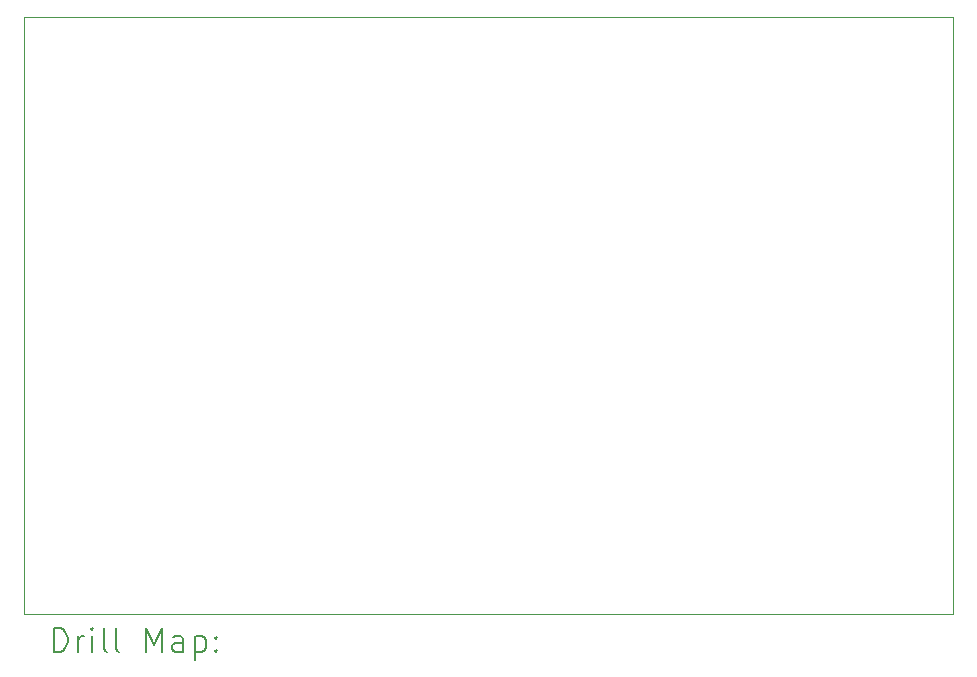
<source format=gbr>
%TF.GenerationSoftware,KiCad,Pcbnew,7.0.11-2.fc39*%
%TF.CreationDate,2024-06-06T09:07:51+02:00*%
%TF.ProjectId,four_relays_extension,666f7572-5f72-4656-9c61-79735f657874,1.0*%
%TF.SameCoordinates,Original*%
%TF.FileFunction,Drillmap*%
%TF.FilePolarity,Positive*%
%FSLAX45Y45*%
G04 Gerber Fmt 4.5, Leading zero omitted, Abs format (unit mm)*
G04 Created by KiCad (PCBNEW 7.0.11-2.fc39) date 2024-06-06 09:07:51*
%MOMM*%
%LPD*%
G01*
G04 APERTURE LIST*
%ADD10C,0.100000*%
%ADD11C,0.200000*%
G04 APERTURE END LIST*
D10*
X10195560Y-5092700D02*
X18064480Y-5092700D01*
X18064480Y-10154920D01*
X10195560Y-10154920D01*
X10195560Y-5092700D01*
D11*
X10451337Y-10471404D02*
X10451337Y-10271404D01*
X10451337Y-10271404D02*
X10498956Y-10271404D01*
X10498956Y-10271404D02*
X10527527Y-10280928D01*
X10527527Y-10280928D02*
X10546575Y-10299975D01*
X10546575Y-10299975D02*
X10556099Y-10319023D01*
X10556099Y-10319023D02*
X10565623Y-10357118D01*
X10565623Y-10357118D02*
X10565623Y-10385690D01*
X10565623Y-10385690D02*
X10556099Y-10423785D01*
X10556099Y-10423785D02*
X10546575Y-10442832D01*
X10546575Y-10442832D02*
X10527527Y-10461880D01*
X10527527Y-10461880D02*
X10498956Y-10471404D01*
X10498956Y-10471404D02*
X10451337Y-10471404D01*
X10651337Y-10471404D02*
X10651337Y-10338070D01*
X10651337Y-10376166D02*
X10660861Y-10357118D01*
X10660861Y-10357118D02*
X10670384Y-10347594D01*
X10670384Y-10347594D02*
X10689432Y-10338070D01*
X10689432Y-10338070D02*
X10708480Y-10338070D01*
X10775146Y-10471404D02*
X10775146Y-10338070D01*
X10775146Y-10271404D02*
X10765623Y-10280928D01*
X10765623Y-10280928D02*
X10775146Y-10290451D01*
X10775146Y-10290451D02*
X10784670Y-10280928D01*
X10784670Y-10280928D02*
X10775146Y-10271404D01*
X10775146Y-10271404D02*
X10775146Y-10290451D01*
X10898956Y-10471404D02*
X10879908Y-10461880D01*
X10879908Y-10461880D02*
X10870384Y-10442832D01*
X10870384Y-10442832D02*
X10870384Y-10271404D01*
X11003718Y-10471404D02*
X10984670Y-10461880D01*
X10984670Y-10461880D02*
X10975146Y-10442832D01*
X10975146Y-10442832D02*
X10975146Y-10271404D01*
X11232289Y-10471404D02*
X11232289Y-10271404D01*
X11232289Y-10271404D02*
X11298956Y-10414261D01*
X11298956Y-10414261D02*
X11365622Y-10271404D01*
X11365622Y-10271404D02*
X11365622Y-10471404D01*
X11546575Y-10471404D02*
X11546575Y-10366642D01*
X11546575Y-10366642D02*
X11537051Y-10347594D01*
X11537051Y-10347594D02*
X11518003Y-10338070D01*
X11518003Y-10338070D02*
X11479908Y-10338070D01*
X11479908Y-10338070D02*
X11460861Y-10347594D01*
X11546575Y-10461880D02*
X11527527Y-10471404D01*
X11527527Y-10471404D02*
X11479908Y-10471404D01*
X11479908Y-10471404D02*
X11460861Y-10461880D01*
X11460861Y-10461880D02*
X11451337Y-10442832D01*
X11451337Y-10442832D02*
X11451337Y-10423785D01*
X11451337Y-10423785D02*
X11460861Y-10404737D01*
X11460861Y-10404737D02*
X11479908Y-10395213D01*
X11479908Y-10395213D02*
X11527527Y-10395213D01*
X11527527Y-10395213D02*
X11546575Y-10385690D01*
X11641813Y-10338070D02*
X11641813Y-10538070D01*
X11641813Y-10347594D02*
X11660861Y-10338070D01*
X11660861Y-10338070D02*
X11698956Y-10338070D01*
X11698956Y-10338070D02*
X11718003Y-10347594D01*
X11718003Y-10347594D02*
X11727527Y-10357118D01*
X11727527Y-10357118D02*
X11737051Y-10376166D01*
X11737051Y-10376166D02*
X11737051Y-10433309D01*
X11737051Y-10433309D02*
X11727527Y-10452356D01*
X11727527Y-10452356D02*
X11718003Y-10461880D01*
X11718003Y-10461880D02*
X11698956Y-10471404D01*
X11698956Y-10471404D02*
X11660861Y-10471404D01*
X11660861Y-10471404D02*
X11641813Y-10461880D01*
X11822765Y-10452356D02*
X11832289Y-10461880D01*
X11832289Y-10461880D02*
X11822765Y-10471404D01*
X11822765Y-10471404D02*
X11813242Y-10461880D01*
X11813242Y-10461880D02*
X11822765Y-10452356D01*
X11822765Y-10452356D02*
X11822765Y-10471404D01*
X11822765Y-10347594D02*
X11832289Y-10357118D01*
X11832289Y-10357118D02*
X11822765Y-10366642D01*
X11822765Y-10366642D02*
X11813242Y-10357118D01*
X11813242Y-10357118D02*
X11822765Y-10347594D01*
X11822765Y-10347594D02*
X11822765Y-10366642D01*
M02*

</source>
